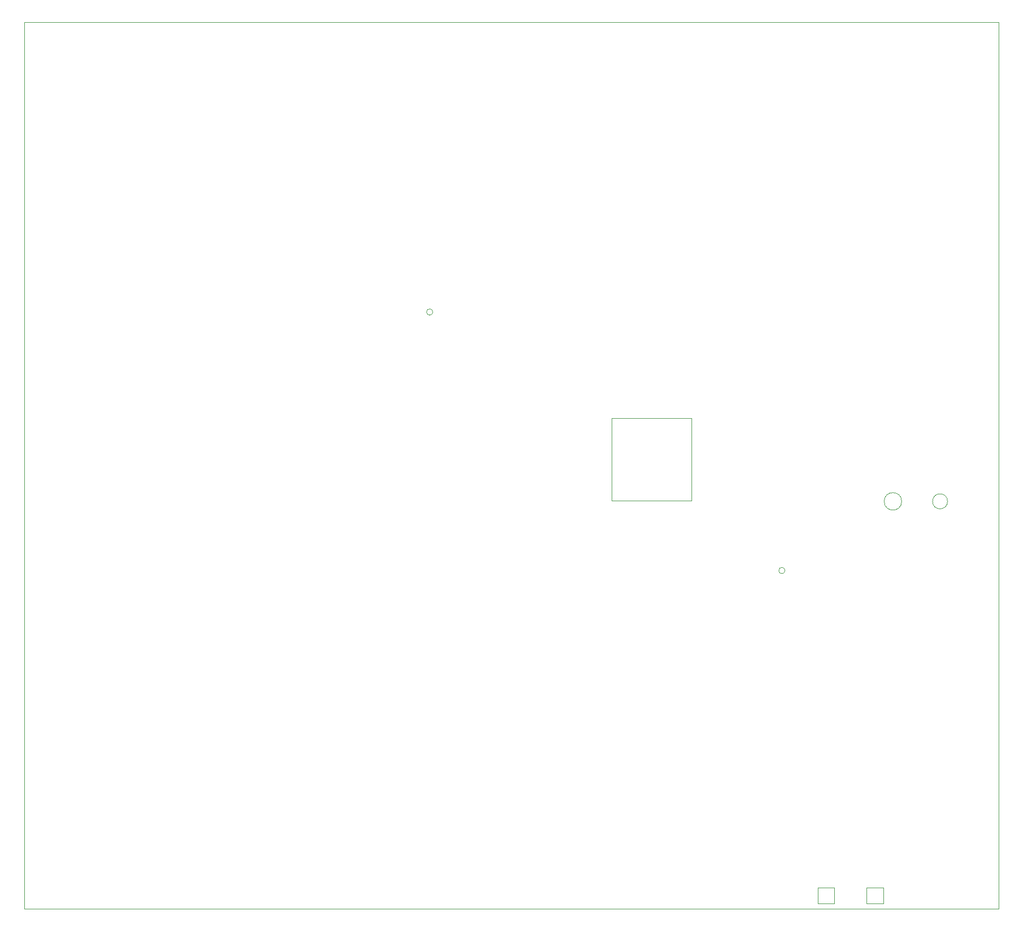
<source format=gm1>
G04 #@! TF.GenerationSoftware,KiCad,Pcbnew,8.0.0-rc1*
G04 #@! TF.CreationDate,2024-10-18T14:45:25+03:00*
G04 #@! TF.ProjectId,Movita_3568_XV_Router_V4.1,4d6f7669-7461-45f3-9335-36385f58565f,REV1*
G04 #@! TF.SameCoordinates,Original*
G04 #@! TF.FileFunction,Profile,NP*
%FSLAX46Y46*%
G04 Gerber Fmt 4.6, Leading zero omitted, Abs format (unit mm)*
G04 Created by KiCad (PCBNEW 8.0.0-rc1) date 2024-10-18 14:45:25*
%MOMM*%
%LPD*%
G01*
G04 APERTURE LIST*
G04 #@! TA.AperFunction,Profile*
%ADD10C,0.050000*%
G04 #@! TD*
G04 APERTURE END LIST*
D10*
X47630000Y-25550000D02*
X203630000Y-25550000D01*
X203630000Y-167550000D01*
X47630000Y-167550000D01*
X47630000Y-25550000D01*
X154480000Y-102200000D02*
X141650000Y-102200000D01*
X141650000Y-88970000D01*
X154480000Y-88970000D01*
X154480000Y-102200000D01*
X113010000Y-72000000D02*
G75*
G02*
X112010000Y-72000000I-500000J0D01*
G01*
X112010000Y-72000000D02*
G75*
G02*
X113010000Y-72000000I500000J0D01*
G01*
X169410000Y-113400000D02*
G75*
G02*
X168410000Y-113400000I-500000J0D01*
G01*
X168410000Y-113400000D02*
G75*
G02*
X169410000Y-113400000I500000J0D01*
G01*
X177300000Y-164190000D02*
X174650000Y-164190000D01*
X174650000Y-166690000D01*
X177300000Y-166690000D01*
X177300000Y-164190000D01*
X182500000Y-164190000D02*
X185150000Y-164190000D01*
X185150000Y-166690000D01*
X182500000Y-166690000D01*
X182500000Y-164190000D01*
X188100000Y-102320000D02*
G75*
G02*
X185300000Y-102320000I-1400000J0D01*
G01*
X185300000Y-102320000D02*
G75*
G02*
X188100000Y-102320000I1400000J0D01*
G01*
X195450000Y-102320000D02*
G75*
G02*
X193050000Y-102320000I-1200000J0D01*
G01*
X193050000Y-102320000D02*
G75*
G02*
X195450000Y-102320000I1200000J0D01*
G01*
M02*

</source>
